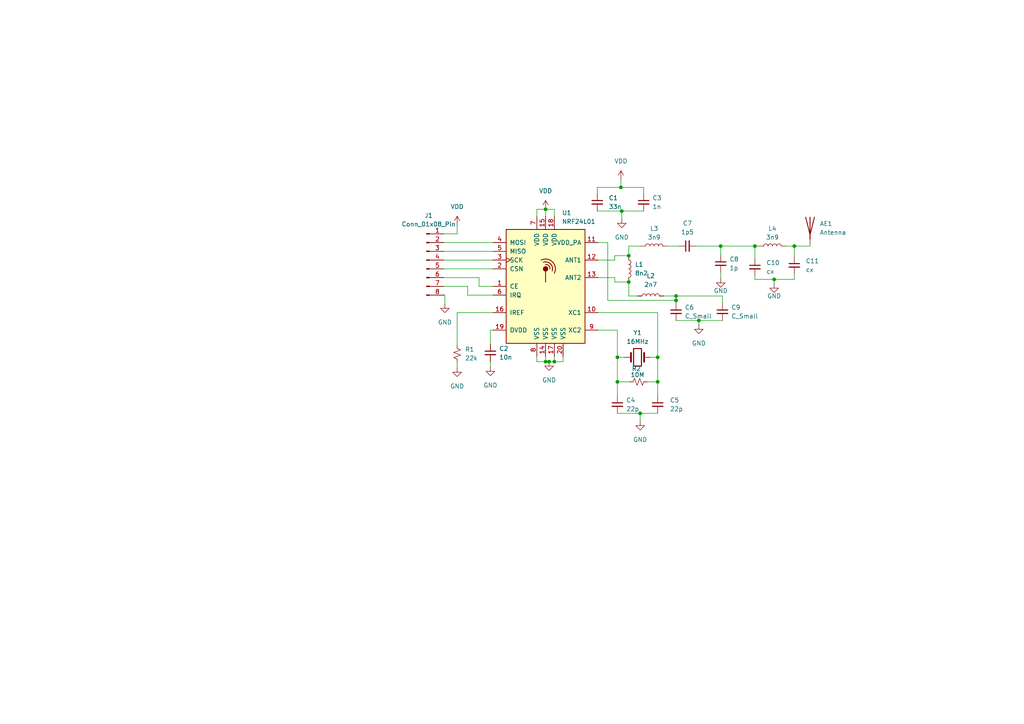
<source format=kicad_sch>
(kicad_sch (version 20230121) (generator eeschema)

  (uuid d12ec290-dfe9-445d-96cf-52012599da9d)

  (paper "A4")

  (lib_symbols
    (symbol "Connector:Conn_01x08_Pin" (pin_names (offset 1.016) hide) (in_bom yes) (on_board yes)
      (property "Reference" "J" (at 0 10.16 0)
        (effects (font (size 1.27 1.27)))
      )
      (property "Value" "Conn_01x08_Pin" (at 0 -12.7 0)
        (effects (font (size 1.27 1.27)))
      )
      (property "Footprint" "" (at 0 0 0)
        (effects (font (size 1.27 1.27)) hide)
      )
      (property "Datasheet" "~" (at 0 0 0)
        (effects (font (size 1.27 1.27)) hide)
      )
      (property "ki_locked" "" (at 0 0 0)
        (effects (font (size 1.27 1.27)))
      )
      (property "ki_keywords" "connector" (at 0 0 0)
        (effects (font (size 1.27 1.27)) hide)
      )
      (property "ki_description" "Generic connector, single row, 01x08, script generated" (at 0 0 0)
        (effects (font (size 1.27 1.27)) hide)
      )
      (property "ki_fp_filters" "Connector*:*_1x??_*" (at 0 0 0)
        (effects (font (size 1.27 1.27)) hide)
      )
      (symbol "Conn_01x08_Pin_1_1"
        (polyline
          (pts
            (xy 1.27 -10.16)
            (xy 0.8636 -10.16)
          )
          (stroke (width 0.1524) (type default))
          (fill (type none))
        )
        (polyline
          (pts
            (xy 1.27 -7.62)
            (xy 0.8636 -7.62)
          )
          (stroke (width 0.1524) (type default))
          (fill (type none))
        )
        (polyline
          (pts
            (xy 1.27 -5.08)
            (xy 0.8636 -5.08)
          )
          (stroke (width 0.1524) (type default))
          (fill (type none))
        )
        (polyline
          (pts
            (xy 1.27 -2.54)
            (xy 0.8636 -2.54)
          )
          (stroke (width 0.1524) (type default))
          (fill (type none))
        )
        (polyline
          (pts
            (xy 1.27 0)
            (xy 0.8636 0)
          )
          (stroke (width 0.1524) (type default))
          (fill (type none))
        )
        (polyline
          (pts
            (xy 1.27 2.54)
            (xy 0.8636 2.54)
          )
          (stroke (width 0.1524) (type default))
          (fill (type none))
        )
        (polyline
          (pts
            (xy 1.27 5.08)
            (xy 0.8636 5.08)
          )
          (stroke (width 0.1524) (type default))
          (fill (type none))
        )
        (polyline
          (pts
            (xy 1.27 7.62)
            (xy 0.8636 7.62)
          )
          (stroke (width 0.1524) (type default))
          (fill (type none))
        )
        (rectangle (start 0.8636 -10.033) (end 0 -10.287)
          (stroke (width 0.1524) (type default))
          (fill (type outline))
        )
        (rectangle (start 0.8636 -7.493) (end 0 -7.747)
          (stroke (width 0.1524) (type default))
          (fill (type outline))
        )
        (rectangle (start 0.8636 -4.953) (end 0 -5.207)
          (stroke (width 0.1524) (type default))
          (fill (type outline))
        )
        (rectangle (start 0.8636 -2.413) (end 0 -2.667)
          (stroke (width 0.1524) (type default))
          (fill (type outline))
        )
        (rectangle (start 0.8636 0.127) (end 0 -0.127)
          (stroke (width 0.1524) (type default))
          (fill (type outline))
        )
        (rectangle (start 0.8636 2.667) (end 0 2.413)
          (stroke (width 0.1524) (type default))
          (fill (type outline))
        )
        (rectangle (start 0.8636 5.207) (end 0 4.953)
          (stroke (width 0.1524) (type default))
          (fill (type outline))
        )
        (rectangle (start 0.8636 7.747) (end 0 7.493)
          (stroke (width 0.1524) (type default))
          (fill (type outline))
        )
        (pin passive line (at 5.08 7.62 180) (length 3.81)
          (name "Pin_1" (effects (font (size 1.27 1.27))))
          (number "1" (effects (font (size 1.27 1.27))))
        )
        (pin passive line (at 5.08 5.08 180) (length 3.81)
          (name "Pin_2" (effects (font (size 1.27 1.27))))
          (number "2" (effects (font (size 1.27 1.27))))
        )
        (pin passive line (at 5.08 2.54 180) (length 3.81)
          (name "Pin_3" (effects (font (size 1.27 1.27))))
          (number "3" (effects (font (size 1.27 1.27))))
        )
        (pin passive line (at 5.08 0 180) (length 3.81)
          (name "Pin_4" (effects (font (size 1.27 1.27))))
          (number "4" (effects (font (size 1.27 1.27))))
        )
        (pin passive line (at 5.08 -2.54 180) (length 3.81)
          (name "Pin_5" (effects (font (size 1.27 1.27))))
          (number "5" (effects (font (size 1.27 1.27))))
        )
        (pin passive line (at 5.08 -5.08 180) (length 3.81)
          (name "Pin_6" (effects (font (size 1.27 1.27))))
          (number "6" (effects (font (size 1.27 1.27))))
        )
        (pin passive line (at 5.08 -7.62 180) (length 3.81)
          (name "Pin_7" (effects (font (size 1.27 1.27))))
          (number "7" (effects (font (size 1.27 1.27))))
        )
        (pin passive line (at 5.08 -10.16 180) (length 3.81)
          (name "Pin_8" (effects (font (size 1.27 1.27))))
          (number "8" (effects (font (size 1.27 1.27))))
        )
      )
    )
    (symbol "Device:Antenna" (pin_numbers hide) (pin_names (offset 1.016) hide) (in_bom yes) (on_board yes)
      (property "Reference" "AE" (at -1.905 1.905 0)
        (effects (font (size 1.27 1.27)) (justify right))
      )
      (property "Value" "Antenna" (at -1.905 0 0)
        (effects (font (size 1.27 1.27)) (justify right))
      )
      (property "Footprint" "" (at 0 0 0)
        (effects (font (size 1.27 1.27)) hide)
      )
      (property "Datasheet" "~" (at 0 0 0)
        (effects (font (size 1.27 1.27)) hide)
      )
      (property "ki_keywords" "antenna" (at 0 0 0)
        (effects (font (size 1.27 1.27)) hide)
      )
      (property "ki_description" "Antenna" (at 0 0 0)
        (effects (font (size 1.27 1.27)) hide)
      )
      (symbol "Antenna_0_1"
        (polyline
          (pts
            (xy 0 2.54)
            (xy 0 -3.81)
          )
          (stroke (width 0.254) (type default))
          (fill (type none))
        )
        (polyline
          (pts
            (xy 1.27 2.54)
            (xy 0 -2.54)
            (xy -1.27 2.54)
          )
          (stroke (width 0.254) (type default))
          (fill (type none))
        )
      )
      (symbol "Antenna_1_1"
        (pin input line (at 0 -5.08 90) (length 2.54)
          (name "A" (effects (font (size 1.27 1.27))))
          (number "1" (effects (font (size 1.27 1.27))))
        )
      )
    )
    (symbol "Device:C_Small" (pin_numbers hide) (pin_names (offset 0.254) hide) (in_bom yes) (on_board yes)
      (property "Reference" "C" (at 0.254 1.778 0)
        (effects (font (size 1.27 1.27)) (justify left))
      )
      (property "Value" "C_Small" (at 0.254 -2.032 0)
        (effects (font (size 1.27 1.27)) (justify left))
      )
      (property "Footprint" "" (at 0 0 0)
        (effects (font (size 1.27 1.27)) hide)
      )
      (property "Datasheet" "~" (at 0 0 0)
        (effects (font (size 1.27 1.27)) hide)
      )
      (property "ki_keywords" "capacitor cap" (at 0 0 0)
        (effects (font (size 1.27 1.27)) hide)
      )
      (property "ki_description" "Unpolarized capacitor, small symbol" (at 0 0 0)
        (effects (font (size 1.27 1.27)) hide)
      )
      (property "ki_fp_filters" "C_*" (at 0 0 0)
        (effects (font (size 1.27 1.27)) hide)
      )
      (symbol "C_Small_0_1"
        (polyline
          (pts
            (xy -1.524 -0.508)
            (xy 1.524 -0.508)
          )
          (stroke (width 0.3302) (type default))
          (fill (type none))
        )
        (polyline
          (pts
            (xy -1.524 0.508)
            (xy 1.524 0.508)
          )
          (stroke (width 0.3048) (type default))
          (fill (type none))
        )
      )
      (symbol "C_Small_1_1"
        (pin passive line (at 0 2.54 270) (length 2.032)
          (name "~" (effects (font (size 1.27 1.27))))
          (number "1" (effects (font (size 1.27 1.27))))
        )
        (pin passive line (at 0 -2.54 90) (length 2.032)
          (name "~" (effects (font (size 1.27 1.27))))
          (number "2" (effects (font (size 1.27 1.27))))
        )
      )
    )
    (symbol "Device:Crystal" (pin_numbers hide) (pin_names (offset 1.016) hide) (in_bom yes) (on_board yes)
      (property "Reference" "Y" (at 0 3.81 0)
        (effects (font (size 1.27 1.27)))
      )
      (property "Value" "Crystal" (at 0 -3.81 0)
        (effects (font (size 1.27 1.27)))
      )
      (property "Footprint" "" (at 0 0 0)
        (effects (font (size 1.27 1.27)) hide)
      )
      (property "Datasheet" "~" (at 0 0 0)
        (effects (font (size 1.27 1.27)) hide)
      )
      (property "ki_keywords" "quartz ceramic resonator oscillator" (at 0 0 0)
        (effects (font (size 1.27 1.27)) hide)
      )
      (property "ki_description" "Two pin crystal" (at 0 0 0)
        (effects (font (size 1.27 1.27)) hide)
      )
      (property "ki_fp_filters" "Crystal*" (at 0 0 0)
        (effects (font (size 1.27 1.27)) hide)
      )
      (symbol "Crystal_0_1"
        (rectangle (start -1.143 2.54) (end 1.143 -2.54)
          (stroke (width 0.3048) (type default))
          (fill (type none))
        )
        (polyline
          (pts
            (xy -2.54 0)
            (xy -1.905 0)
          )
          (stroke (width 0) (type default))
          (fill (type none))
        )
        (polyline
          (pts
            (xy -1.905 -1.27)
            (xy -1.905 1.27)
          )
          (stroke (width 0.508) (type default))
          (fill (type none))
        )
        (polyline
          (pts
            (xy 1.905 -1.27)
            (xy 1.905 1.27)
          )
          (stroke (width 0.508) (type default))
          (fill (type none))
        )
        (polyline
          (pts
            (xy 2.54 0)
            (xy 1.905 0)
          )
          (stroke (width 0) (type default))
          (fill (type none))
        )
      )
      (symbol "Crystal_1_1"
        (pin passive line (at -3.81 0 0) (length 1.27)
          (name "1" (effects (font (size 1.27 1.27))))
          (number "1" (effects (font (size 1.27 1.27))))
        )
        (pin passive line (at 3.81 0 180) (length 1.27)
          (name "2" (effects (font (size 1.27 1.27))))
          (number "2" (effects (font (size 1.27 1.27))))
        )
      )
    )
    (symbol "Device:L" (pin_numbers hide) (pin_names (offset 1.016) hide) (in_bom yes) (on_board yes)
      (property "Reference" "L" (at -1.27 0 90)
        (effects (font (size 1.27 1.27)))
      )
      (property "Value" "L" (at 1.905 0 90)
        (effects (font (size 1.27 1.27)))
      )
      (property "Footprint" "" (at 0 0 0)
        (effects (font (size 1.27 1.27)) hide)
      )
      (property "Datasheet" "~" (at 0 0 0)
        (effects (font (size 1.27 1.27)) hide)
      )
      (property "ki_keywords" "inductor choke coil reactor magnetic" (at 0 0 0)
        (effects (font (size 1.27 1.27)) hide)
      )
      (property "ki_description" "Inductor" (at 0 0 0)
        (effects (font (size 1.27 1.27)) hide)
      )
      (property "ki_fp_filters" "Choke_* *Coil* Inductor_* L_*" (at 0 0 0)
        (effects (font (size 1.27 1.27)) hide)
      )
      (symbol "L_0_1"
        (arc (start 0 -2.54) (mid 0.6323 -1.905) (end 0 -1.27)
          (stroke (width 0) (type default))
          (fill (type none))
        )
        (arc (start 0 -1.27) (mid 0.6323 -0.635) (end 0 0)
          (stroke (width 0) (type default))
          (fill (type none))
        )
        (arc (start 0 0) (mid 0.6323 0.635) (end 0 1.27)
          (stroke (width 0) (type default))
          (fill (type none))
        )
        (arc (start 0 1.27) (mid 0.6323 1.905) (end 0 2.54)
          (stroke (width 0) (type default))
          (fill (type none))
        )
      )
      (symbol "L_1_1"
        (pin passive line (at 0 3.81 270) (length 1.27)
          (name "1" (effects (font (size 1.27 1.27))))
          (number "1" (effects (font (size 1.27 1.27))))
        )
        (pin passive line (at 0 -3.81 90) (length 1.27)
          (name "2" (effects (font (size 1.27 1.27))))
          (number "2" (effects (font (size 1.27 1.27))))
        )
      )
    )
    (symbol "Device:R_Small_US" (pin_numbers hide) (pin_names (offset 0.254) hide) (in_bom yes) (on_board yes)
      (property "Reference" "R" (at 0.762 0.508 0)
        (effects (font (size 1.27 1.27)) (justify left))
      )
      (property "Value" "R_Small_US" (at 0.762 -1.016 0)
        (effects (font (size 1.27 1.27)) (justify left))
      )
      (property "Footprint" "" (at 0 0 0)
        (effects (font (size 1.27 1.27)) hide)
      )
      (property "Datasheet" "~" (at 0 0 0)
        (effects (font (size 1.27 1.27)) hide)
      )
      (property "ki_keywords" "r resistor" (at 0 0 0)
        (effects (font (size 1.27 1.27)) hide)
      )
      (property "ki_description" "Resistor, small US symbol" (at 0 0 0)
        (effects (font (size 1.27 1.27)) hide)
      )
      (property "ki_fp_filters" "R_*" (at 0 0 0)
        (effects (font (size 1.27 1.27)) hide)
      )
      (symbol "R_Small_US_1_1"
        (polyline
          (pts
            (xy 0 0)
            (xy 1.016 -0.381)
            (xy 0 -0.762)
            (xy -1.016 -1.143)
            (xy 0 -1.524)
          )
          (stroke (width 0) (type default))
          (fill (type none))
        )
        (polyline
          (pts
            (xy 0 1.524)
            (xy 1.016 1.143)
            (xy 0 0.762)
            (xy -1.016 0.381)
            (xy 0 0)
          )
          (stroke (width 0) (type default))
          (fill (type none))
        )
        (pin passive line (at 0 2.54 270) (length 1.016)
          (name "~" (effects (font (size 1.27 1.27))))
          (number "1" (effects (font (size 1.27 1.27))))
        )
        (pin passive line (at 0 -2.54 90) (length 1.016)
          (name "~" (effects (font (size 1.27 1.27))))
          (number "2" (effects (font (size 1.27 1.27))))
        )
      )
    )
    (symbol "RF:NRF24L01" (pin_names (offset 1.016)) (in_bom yes) (on_board yes)
      (property "Reference" "U" (at -11.43 17.78 0)
        (effects (font (size 1.27 1.27)) (justify left))
      )
      (property "Value" "NRF24L01" (at 5.08 17.78 0)
        (effects (font (size 1.27 1.27)) (justify left))
      )
      (property "Footprint" "Package_DFN_QFN:QFN-20-1EP_4x4mm_P0.5mm_EP2.5x2.5mm" (at 5.08 20.32 0)
        (effects (font (size 1.27 1.27) italic) (justify left) hide)
      )
      (property "Datasheet" "http://www.nordicsemi.com/eng/content/download/2730/34105/file/nRF24L01_Product_Specification_v2_0.pdf" (at 0 2.54 0)
        (effects (font (size 1.27 1.27)) hide)
      )
      (property "ki_keywords" "Low Power RF Transceiver" (at 0 0 0)
        (effects (font (size 1.27 1.27)) hide)
      )
      (property "ki_description" "Ultra low power 2.4GHz RF Transceiver, QFN-20" (at 0 0 0)
        (effects (font (size 1.27 1.27)) hide)
      )
      (property "ki_fp_filters" "QFN*4x4*0.5mm*" (at 0 0 0)
        (effects (font (size 1.27 1.27)) hide)
      )
      (symbol "NRF24L01_0_1"
        (rectangle (start -11.43 16.51) (end 11.43 -16.51)
          (stroke (width 0.254) (type default))
          (fill (type background))
        )
        (polyline
          (pts
            (xy 0 4.445)
            (xy 0 1.27)
          )
          (stroke (width 0.254) (type default))
          (fill (type none))
        )
        (circle (center 0 5.08) (radius 0.635)
          (stroke (width 0.254) (type default))
          (fill (type outline))
        )
        (arc (start 1.27 5.08) (mid 0.9071 5.9946) (end 0 6.35)
          (stroke (width 0.254) (type default))
          (fill (type none))
        )
        (arc (start 1.905 4.445) (mid 1.4313 6.5254) (end -0.635 6.985)
          (stroke (width 0.254) (type default))
          (fill (type none))
        )
        (arc (start 2.54 3.81) (mid 2.008 7.088) (end -1.27 7.62)
          (stroke (width 0.254) (type default))
          (fill (type none))
        )
        (rectangle (start 11.43 -13.97) (end 11.43 -13.97)
          (stroke (width 0) (type default))
          (fill (type none))
        )
      )
      (symbol "NRF24L01_1_1"
        (pin input line (at -15.24 0 0) (length 3.81)
          (name "CE" (effects (font (size 1.27 1.27))))
          (number "1" (effects (font (size 1.27 1.27))))
        )
        (pin passive line (at 15.24 -7.62 180) (length 3.81)
          (name "XC1" (effects (font (size 1.27 1.27))))
          (number "10" (effects (font (size 1.27 1.27))))
        )
        (pin power_out line (at 15.24 12.7 180) (length 3.81)
          (name "VDD_PA" (effects (font (size 1.27 1.27))))
          (number "11" (effects (font (size 1.27 1.27))))
        )
        (pin passive line (at 15.24 7.62 180) (length 3.81)
          (name "ANT1" (effects (font (size 1.27 1.27))))
          (number "12" (effects (font (size 1.27 1.27))))
        )
        (pin passive line (at 15.24 2.54 180) (length 3.81)
          (name "ANT2" (effects (font (size 1.27 1.27))))
          (number "13" (effects (font (size 1.27 1.27))))
        )
        (pin power_in line (at 0 -20.32 90) (length 3.81)
          (name "VSS" (effects (font (size 1.27 1.27))))
          (number "14" (effects (font (size 1.27 1.27))))
        )
        (pin power_in line (at 0 20.32 270) (length 3.81)
          (name "VDD" (effects (font (size 1.27 1.27))))
          (number "15" (effects (font (size 1.27 1.27))))
        )
        (pin passive line (at -15.24 -7.62 0) (length 3.81)
          (name "IREF" (effects (font (size 1.27 1.27))))
          (number "16" (effects (font (size 1.27 1.27))))
        )
        (pin power_in line (at 2.54 -20.32 90) (length 3.81)
          (name "VSS" (effects (font (size 1.27 1.27))))
          (number "17" (effects (font (size 1.27 1.27))))
        )
        (pin power_in line (at 2.54 20.32 270) (length 3.81)
          (name "VDD" (effects (font (size 1.27 1.27))))
          (number "18" (effects (font (size 1.27 1.27))))
        )
        (pin power_out line (at -15.24 -12.7 0) (length 3.81)
          (name "DVDD" (effects (font (size 1.27 1.27))))
          (number "19" (effects (font (size 1.27 1.27))))
        )
        (pin input line (at -15.24 5.08 0) (length 3.81)
          (name "CSN" (effects (font (size 1.27 1.27))))
          (number "2" (effects (font (size 1.27 1.27))))
        )
        (pin power_in line (at 5.08 -20.32 90) (length 3.81)
          (name "VSS" (effects (font (size 1.27 1.27))))
          (number "20" (effects (font (size 1.27 1.27))))
        )
        (pin input clock (at -15.24 7.62 0) (length 3.81)
          (name "SCK" (effects (font (size 1.27 1.27))))
          (number "3" (effects (font (size 1.27 1.27))))
        )
        (pin input line (at -15.24 12.7 0) (length 3.81)
          (name "MOSI" (effects (font (size 1.27 1.27))))
          (number "4" (effects (font (size 1.27 1.27))))
        )
        (pin output line (at -15.24 10.16 0) (length 3.81)
          (name "MISO" (effects (font (size 1.27 1.27))))
          (number "5" (effects (font (size 1.27 1.27))))
        )
        (pin output line (at -15.24 -2.54 0) (length 3.81)
          (name "IRQ" (effects (font (size 1.27 1.27))))
          (number "6" (effects (font (size 1.27 1.27))))
        )
        (pin power_in line (at -2.54 20.32 270) (length 3.81)
          (name "VDD" (effects (font (size 1.27 1.27))))
          (number "7" (effects (font (size 1.27 1.27))))
        )
        (pin power_in line (at -2.54 -20.32 90) (length 3.81)
          (name "VSS" (effects (font (size 1.27 1.27))))
          (number "8" (effects (font (size 1.27 1.27))))
        )
        (pin passive line (at 15.24 -12.7 180) (length 3.81)
          (name "XC2" (effects (font (size 1.27 1.27))))
          (number "9" (effects (font (size 1.27 1.27))))
        )
      )
    )
    (symbol "power:GND" (power) (pin_names (offset 0)) (in_bom yes) (on_board yes)
      (property "Reference" "#PWR" (at 0 -6.35 0)
        (effects (font (size 1.27 1.27)) hide)
      )
      (property "Value" "GND" (at 0 -3.81 0)
        (effects (font (size 1.27 1.27)))
      )
      (property "Footprint" "" (at 0 0 0)
        (effects (font (size 1.27 1.27)) hide)
      )
      (property "Datasheet" "" (at 0 0 0)
        (effects (font (size 1.27 1.27)) hide)
      )
      (property "ki_keywords" "global power" (at 0 0 0)
        (effects (font (size 1.27 1.27)) hide)
      )
      (property "ki_description" "Power symbol creates a global label with name \"GND\" , ground" (at 0 0 0)
        (effects (font (size 1.27 1.27)) hide)
      )
      (symbol "GND_0_1"
        (polyline
          (pts
            (xy 0 0)
            (xy 0 -1.27)
            (xy 1.27 -1.27)
            (xy 0 -2.54)
            (xy -1.27 -1.27)
            (xy 0 -1.27)
          )
          (stroke (width 0) (type default))
          (fill (type none))
        )
      )
      (symbol "GND_1_1"
        (pin power_in line (at 0 0 270) (length 0) hide
          (name "GND" (effects (font (size 1.27 1.27))))
          (number "1" (effects (font (size 1.27 1.27))))
        )
      )
    )
    (symbol "power:VDD" (power) (pin_names (offset 0)) (in_bom yes) (on_board yes)
      (property "Reference" "#PWR" (at 0 -3.81 0)
        (effects (font (size 1.27 1.27)) hide)
      )
      (property "Value" "VDD" (at 0 3.81 0)
        (effects (font (size 1.27 1.27)))
      )
      (property "Footprint" "" (at 0 0 0)
        (effects (font (size 1.27 1.27)) hide)
      )
      (property "Datasheet" "" (at 0 0 0)
        (effects (font (size 1.27 1.27)) hide)
      )
      (property "ki_keywords" "global power" (at 0 0 0)
        (effects (font (size 1.27 1.27)) hide)
      )
      (property "ki_description" "Power symbol creates a global label with name \"VDD\"" (at 0 0 0)
        (effects (font (size 1.27 1.27)) hide)
      )
      (symbol "VDD_0_1"
        (polyline
          (pts
            (xy -0.762 1.27)
            (xy 0 2.54)
          )
          (stroke (width 0) (type default))
          (fill (type none))
        )
        (polyline
          (pts
            (xy 0 0)
            (xy 0 2.54)
          )
          (stroke (width 0) (type default))
          (fill (type none))
        )
        (polyline
          (pts
            (xy 0 2.54)
            (xy 0.762 1.27)
          )
          (stroke (width 0) (type default))
          (fill (type none))
        )
      )
      (symbol "VDD_1_1"
        (pin power_in line (at 0 0 90) (length 0) hide
          (name "VDD" (effects (font (size 1.27 1.27))))
          (number "1" (effects (font (size 1.27 1.27))))
        )
      )
    )
  )

  (junction (at 180.086 54.356) (diameter 0) (color 0 0 0 0)
    (uuid 0f8cd32d-b77a-4d32-a5f6-05199db73086)
  )
  (junction (at 224.536 81.026) (diameter 0) (color 0 0 0 0)
    (uuid 12ded5d2-ffd8-4373-8010-d4187c4b3d7c)
  )
  (junction (at 190.754 103.632) (diameter 0) (color 0 0 0 0)
    (uuid 1872fe46-f219-42a4-99bb-7bc429a901f0)
  )
  (junction (at 190.754 110.744) (diameter 0) (color 0 0 0 0)
    (uuid 29d3f8e6-4dd3-434e-bda2-dc21105d04eb)
  )
  (junction (at 158.242 60.706) (diameter 0) (color 0 0 0 0)
    (uuid 353069b5-fa47-43c2-a764-b9eb8df29a9b)
  )
  (junction (at 202.692 92.964) (diameter 0) (color 0 0 0 0)
    (uuid 3a4edc8c-3474-4bb2-9fcc-7404384b3fe0)
  )
  (junction (at 185.674 119.888) (diameter 0) (color 0 0 0 0)
    (uuid 5dea3895-7508-4403-8623-d167ed075e46)
  )
  (junction (at 182.372 81.788) (diameter 0) (color 0 0 0 0)
    (uuid 683ad2ca-b7b0-40de-95fa-1763de2e97c5)
  )
  (junction (at 160.782 104.902) (diameter 0) (color 0 0 0 0)
    (uuid 6f0871be-097f-4212-bc2b-6d88d76f7d72)
  )
  (junction (at 180.34 61.214) (diameter 0) (color 0 0 0 0)
    (uuid 71ea9379-0638-4133-8056-c7cfe9caf4b4)
  )
  (junction (at 196.088 85.852) (diameter 0) (color 0 0 0 0)
    (uuid 742e6e26-05fd-4f07-90c6-54ec6acb339e)
  )
  (junction (at 179.07 103.632) (diameter 0) (color 0 0 0 0)
    (uuid 79e707d6-071f-44bb-89b1-0af3482b5cbb)
  )
  (junction (at 179.07 110.744) (diameter 0) (color 0 0 0 0)
    (uuid 7d03a9ca-54ce-4e13-8ccf-2ac2d2eeafe4)
  )
  (junction (at 159.258 104.902) (diameter 0) (color 0 0 0 0)
    (uuid 869c4dca-f372-4cf4-b5be-c6a92ff7a72d)
  )
  (junction (at 158.242 104.902) (diameter 0) (color 0 0 0 0)
    (uuid 9a2f6a2b-2e7c-4a03-b4e4-5e4c551aca70)
  )
  (junction (at 196.088 87.122) (diameter 0) (color 0 0 0 0)
    (uuid acc4f883-088c-4cdf-aa83-ee6e41b8e78d)
  )
  (junction (at 182.372 74.168) (diameter 0) (color 0 0 0 0)
    (uuid bbddaba0-f76c-4c82-9550-9c89d51e5647)
  )
  (junction (at 230.378 71.374) (diameter 0) (color 0 0 0 0)
    (uuid e8d8b0bd-f9e0-4557-bfac-0077c5d2093b)
  )
  (junction (at 218.948 71.374) (diameter 0) (color 0 0 0 0)
    (uuid f319ce13-5181-49ae-8b80-c6cc4dff97c7)
  )
  (junction (at 209.042 71.374) (diameter 0) (color 0 0 0 0)
    (uuid ff8c927b-e693-4a06-8cdc-cab5e1e8844f)
  )

  (wire (pts (xy 209.042 78.994) (xy 209.042 80.772))
    (stroke (width 0) (type default))
    (uuid 006d0c1e-93e4-4b57-aff8-5dafccf74dc4)
  )
  (wire (pts (xy 209.042 71.374) (xy 218.948 71.374))
    (stroke (width 0) (type default))
    (uuid 0a3419c6-1478-4dd3-9a3a-2a65f09f7c51)
  )
  (wire (pts (xy 230.378 81.026) (xy 230.378 79.502))
    (stroke (width 0) (type default))
    (uuid 14326c98-9244-444f-bfa0-0038825bde34)
  )
  (wire (pts (xy 209.55 87.884) (xy 209.55 85.852))
    (stroke (width 0) (type default))
    (uuid 15f0d46b-c0af-4860-8270-167993cfb9a1)
  )
  (wire (pts (xy 190.754 90.678) (xy 190.754 103.632))
    (stroke (width 0) (type default))
    (uuid 175170ac-23b6-4697-b798-a8964d6a8384)
  )
  (wire (pts (xy 135.636 83.058) (xy 128.778 83.058))
    (stroke (width 0) (type default))
    (uuid 1755418e-893c-48a3-9723-d0a9107c51f1)
  )
  (wire (pts (xy 158.242 103.378) (xy 158.242 104.902))
    (stroke (width 0) (type default))
    (uuid 1790721b-283c-4580-b37d-84ca9fd8107f)
  )
  (wire (pts (xy 135.636 85.598) (xy 135.636 83.058))
    (stroke (width 0) (type default))
    (uuid 20227ebd-065d-43ec-b1dc-a7a94213306c)
  )
  (wire (pts (xy 160.782 62.738) (xy 160.782 60.706))
    (stroke (width 0) (type default))
    (uuid 25cb82ec-5094-4a36-bfdc-d9efdaee9e2b)
  )
  (wire (pts (xy 128.778 77.978) (xy 143.002 77.978))
    (stroke (width 0) (type default))
    (uuid 2cf01dfa-259a-4a66-b754-e7eb54194868)
  )
  (wire (pts (xy 186.69 54.356) (xy 186.69 56.134))
    (stroke (width 0) (type default))
    (uuid 3004cbb6-9ad4-4ebb-9610-ca7744c06829)
  )
  (wire (pts (xy 158.242 104.902) (xy 159.258 104.902))
    (stroke (width 0) (type default))
    (uuid 30df43d6-583e-42b3-ba0b-bf51aa57797e)
  )
  (wire (pts (xy 129.032 85.598) (xy 129.032 88.138))
    (stroke (width 0) (type default))
    (uuid 33f34476-7582-4ed3-9460-6d29708f7665)
  )
  (wire (pts (xy 176.276 87.122) (xy 196.088 87.122))
    (stroke (width 0) (type default))
    (uuid 37d9a95b-23ce-4c3f-b0b2-b04dc58c8c0d)
  )
  (wire (pts (xy 185.674 119.888) (xy 185.674 122.174))
    (stroke (width 0) (type default))
    (uuid 3b07c0bd-dbc7-4be4-bce0-d7bf3eb523ea)
  )
  (wire (pts (xy 202.692 92.964) (xy 202.692 94.234))
    (stroke (width 0) (type default))
    (uuid 3b5368de-d386-4b2f-80e1-b77ad83a2049)
  )
  (wire (pts (xy 173.482 95.758) (xy 179.07 95.758))
    (stroke (width 0) (type default))
    (uuid 3c9a33cd-500a-4a93-b1ce-4192bf13f58a)
  )
  (wire (pts (xy 173.482 90.678) (xy 190.754 90.678))
    (stroke (width 0) (type default))
    (uuid 46220628-327b-4b0d-b818-c7daaaad9154)
  )
  (wire (pts (xy 185.674 119.888) (xy 190.754 119.888))
    (stroke (width 0) (type default))
    (uuid 47a51724-aec8-49f5-a737-aa36b8bcd1b7)
  )
  (wire (pts (xy 188.722 103.632) (xy 190.754 103.632))
    (stroke (width 0) (type default))
    (uuid 58848635-5958-411f-9a48-871ef82ec383)
  )
  (wire (pts (xy 163.322 103.378) (xy 163.322 104.902))
    (stroke (width 0) (type default))
    (uuid 5b98d6ca-5b06-466f-873b-1cc38209eefb)
  )
  (wire (pts (xy 179.07 103.632) (xy 181.102 103.632))
    (stroke (width 0) (type default))
    (uuid 60839c0e-c593-4823-a288-a6204109c8d8)
  )
  (wire (pts (xy 176.276 70.358) (xy 176.276 87.122))
    (stroke (width 0) (type default))
    (uuid 60acf21e-a558-41c2-93d7-95889c74463b)
  )
  (wire (pts (xy 128.778 72.898) (xy 143.002 72.898))
    (stroke (width 0) (type default))
    (uuid 626df7c2-dd88-4a2b-a37d-e5e649124dc6)
  )
  (wire (pts (xy 138.938 83.058) (xy 143.002 83.058))
    (stroke (width 0) (type default))
    (uuid 645cc49e-9d39-4ed1-9df6-037c16580b9c)
  )
  (wire (pts (xy 163.322 104.902) (xy 160.782 104.902))
    (stroke (width 0) (type default))
    (uuid 6582623f-f9ea-4c99-8d44-4df789a77664)
  )
  (wire (pts (xy 234.95 70.612) (xy 234.95 71.374))
    (stroke (width 0) (type default))
    (uuid 68ad1df2-5dee-4d60-99cf-10ef3cf7ffa8)
  )
  (wire (pts (xy 230.378 71.374) (xy 230.378 74.422))
    (stroke (width 0) (type default))
    (uuid 68d1c114-9801-40fc-ae34-1fcb8017487b)
  )
  (wire (pts (xy 190.754 103.632) (xy 190.754 110.744))
    (stroke (width 0) (type default))
    (uuid 6aaa3d69-6c99-4d98-b787-cdccab68d7f0)
  )
  (wire (pts (xy 201.93 71.374) (xy 209.042 71.374))
    (stroke (width 0) (type default))
    (uuid 6b19053a-0a75-4441-8a0f-5675d6e12318)
  )
  (wire (pts (xy 173.482 75.438) (xy 178.308 75.438))
    (stroke (width 0) (type default))
    (uuid 6cea7c58-6229-48e8-ae8f-878c98ba7052)
  )
  (wire (pts (xy 173.482 80.518) (xy 178.308 80.518))
    (stroke (width 0) (type default))
    (uuid 6d1d500c-202e-4f02-87ac-008b832381e5)
  )
  (wire (pts (xy 178.308 80.518) (xy 178.308 81.788))
    (stroke (width 0) (type default))
    (uuid 70e84032-398c-4fb9-b5bc-f4dec9d72089)
  )
  (wire (pts (xy 173.228 61.214) (xy 180.34 61.214))
    (stroke (width 0) (type default))
    (uuid 77759630-bc6e-4ff8-8340-11f4cf0237c8)
  )
  (wire (pts (xy 138.938 80.518) (xy 138.938 83.058))
    (stroke (width 0) (type default))
    (uuid 7b1d9623-7335-4c03-8e76-2c349535df4f)
  )
  (wire (pts (xy 160.782 60.706) (xy 158.242 60.706))
    (stroke (width 0) (type default))
    (uuid 7b7b4201-657d-49fc-a040-100d1c7a51ba)
  )
  (wire (pts (xy 132.588 90.678) (xy 132.588 100.076))
    (stroke (width 0) (type default))
    (uuid 7c93928a-7bb9-48a4-86ae-f682af71401d)
  )
  (wire (pts (xy 196.088 87.122) (xy 196.088 85.852))
    (stroke (width 0) (type default))
    (uuid 7ec88179-7649-4ff6-8c9c-28397c3869dd)
  )
  (wire (pts (xy 187.706 110.744) (xy 190.754 110.744))
    (stroke (width 0) (type default))
    (uuid 80be533a-7ff3-44c2-8d22-dbd1de810596)
  )
  (wire (pts (xy 227.838 71.374) (xy 230.378 71.374))
    (stroke (width 0) (type default))
    (uuid 81ac500d-e002-4020-8492-e4f29a9f0ee2)
  )
  (wire (pts (xy 143.002 70.358) (xy 128.778 70.358))
    (stroke (width 0) (type default))
    (uuid 882312c9-9791-4de2-9c71-e693435a4fdd)
  )
  (wire (pts (xy 178.308 74.168) (xy 182.372 74.168))
    (stroke (width 0) (type default))
    (uuid 8963956e-d9a1-4753-8bca-8a7e9d10fc80)
  )
  (wire (pts (xy 143.002 85.598) (xy 135.636 85.598))
    (stroke (width 0) (type default))
    (uuid 8c6122a4-29ba-4623-b139-b28bf87195e5)
  )
  (wire (pts (xy 129.032 85.598) (xy 128.778 85.598))
    (stroke (width 0) (type default))
    (uuid 8c87be10-b357-4bff-ba0f-a941ed798b2e)
  )
  (wire (pts (xy 218.948 71.374) (xy 218.948 74.93))
    (stroke (width 0) (type default))
    (uuid 8d0f031d-8d96-46b9-b02d-b41ad4b5ef44)
  )
  (wire (pts (xy 128.778 75.438) (xy 143.002 75.438))
    (stroke (width 0) (type default))
    (uuid 929f7a48-5372-4259-aa2a-314192661d1b)
  )
  (wire (pts (xy 158.242 60.706) (xy 158.242 62.738))
    (stroke (width 0) (type default))
    (uuid 9561cc0b-464e-4e46-b947-9c10c7de4542)
  )
  (wire (pts (xy 142.24 99.822) (xy 142.24 95.758))
    (stroke (width 0) (type default))
    (uuid 9765bb63-6476-4831-9fb4-f081b8dbcdf7)
  )
  (wire (pts (xy 218.948 80.01) (xy 218.948 81.026))
    (stroke (width 0) (type default))
    (uuid 99d619f4-910b-487a-ba2a-8826c59cb63a)
  )
  (wire (pts (xy 209.55 85.852) (xy 196.088 85.852))
    (stroke (width 0) (type default))
    (uuid 9da152e8-3784-4328-aaf4-70013e5cb95f)
  )
  (wire (pts (xy 160.782 104.902) (xy 159.258 104.902))
    (stroke (width 0) (type default))
    (uuid a169d03c-1a61-452e-b5d0-f8cc2a5e58f0)
  )
  (wire (pts (xy 173.482 70.358) (xy 176.276 70.358))
    (stroke (width 0) (type default))
    (uuid a27dfe27-217c-4589-8f3f-f24a02a2dbc4)
  )
  (wire (pts (xy 192.532 85.852) (xy 196.088 85.852))
    (stroke (width 0) (type default))
    (uuid a31f3013-5f9b-43f0-bca6-0bc8a64fa84b)
  )
  (wire (pts (xy 160.782 103.378) (xy 160.782 104.902))
    (stroke (width 0) (type default))
    (uuid a346c47c-18f3-455b-85a8-e7263be8629c)
  )
  (wire (pts (xy 202.692 92.964) (xy 209.55 92.964))
    (stroke (width 0) (type default))
    (uuid a65fa67b-f040-448e-8945-74b66605a993)
  )
  (wire (pts (xy 179.07 95.758) (xy 179.07 103.632))
    (stroke (width 0) (type default))
    (uuid a6e0b8de-123e-4a7d-aeb1-f1081d118efd)
  )
  (wire (pts (xy 180.086 52.07) (xy 180.086 54.356))
    (stroke (width 0) (type default))
    (uuid a9ebc4c6-e960-49fb-960e-848f7616ef87)
  )
  (wire (pts (xy 190.754 110.744) (xy 190.754 114.808))
    (stroke (width 0) (type default))
    (uuid aa5c5e3f-4560-4c59-9114-0c64709d5092)
  )
  (wire (pts (xy 196.088 87.884) (xy 196.088 87.122))
    (stroke (width 0) (type default))
    (uuid aa6c9ec4-9b31-4e23-8528-5942efca7927)
  )
  (wire (pts (xy 182.372 71.374) (xy 182.372 74.168))
    (stroke (width 0) (type default))
    (uuid ad9729f7-acab-4292-bbfa-0cf4f939089c)
  )
  (wire (pts (xy 209.042 71.374) (xy 209.042 73.914))
    (stroke (width 0) (type default))
    (uuid b420fff8-e073-4dcb-a716-06dcbb7dbaf7)
  )
  (wire (pts (xy 173.228 54.356) (xy 180.086 54.356))
    (stroke (width 0) (type default))
    (uuid b6b6360d-531f-4080-91bb-315c36e03e58)
  )
  (wire (pts (xy 178.308 75.438) (xy 178.308 74.168))
    (stroke (width 0) (type default))
    (uuid b8a59158-9aa7-4dd8-8e95-b8dc0b6d175c)
  )
  (wire (pts (xy 132.588 67.818) (xy 132.588 65.278))
    (stroke (width 0) (type default))
    (uuid baac9fa9-8161-4822-91d5-232f22fcf464)
  )
  (wire (pts (xy 142.24 104.902) (xy 142.24 106.426))
    (stroke (width 0) (type default))
    (uuid bbefa1aa-0732-464f-b9ba-28fa20a41b58)
  )
  (wire (pts (xy 143.002 90.678) (xy 132.588 90.678))
    (stroke (width 0) (type default))
    (uuid be9a1fba-f660-4eea-93bf-7a602aef6304)
  )
  (wire (pts (xy 155.702 62.738) (xy 155.702 60.706))
    (stroke (width 0) (type default))
    (uuid c016b596-b107-407e-96ee-b6566edfdda0)
  )
  (wire (pts (xy 132.588 105.156) (xy 132.588 106.68))
    (stroke (width 0) (type default))
    (uuid c18e02b4-6d63-477c-9451-1fc702a4a7f1)
  )
  (wire (pts (xy 173.228 56.134) (xy 173.228 54.356))
    (stroke (width 0) (type default))
    (uuid c272af01-dccc-4631-8b14-48921ad70904)
  )
  (wire (pts (xy 155.702 104.902) (xy 158.242 104.902))
    (stroke (width 0) (type default))
    (uuid c3566255-4bd1-4df9-91d4-5d9a99631f94)
  )
  (wire (pts (xy 179.07 110.744) (xy 179.07 114.808))
    (stroke (width 0) (type default))
    (uuid c3ef6a0d-12a0-49b6-894a-84c718ed9878)
  )
  (wire (pts (xy 180.34 61.214) (xy 186.69 61.214))
    (stroke (width 0) (type default))
    (uuid c4bbb224-e15b-4e1c-8015-8ddd3771e202)
  )
  (wire (pts (xy 220.218 71.374) (xy 218.948 71.374))
    (stroke (width 0) (type default))
    (uuid c5dc1979-10c1-4128-b275-8a09c1202e5e)
  )
  (wire (pts (xy 224.536 81.026) (xy 224.536 82.296))
    (stroke (width 0) (type default))
    (uuid c7b4ba88-4b69-4ddb-82ae-5cd9d4b973cb)
  )
  (wire (pts (xy 142.24 95.758) (xy 143.002 95.758))
    (stroke (width 0) (type default))
    (uuid ccfc668c-92d9-4787-a123-4f5f6903faf5)
  )
  (wire (pts (xy 180.086 54.356) (xy 186.69 54.356))
    (stroke (width 0) (type default))
    (uuid cd8db8e4-9f9e-4f17-bff6-6dedcbbfc158)
  )
  (wire (pts (xy 184.912 85.852) (xy 182.372 85.852))
    (stroke (width 0) (type default))
    (uuid d1db9140-6d9b-4dec-9dba-9adc282115d4)
  )
  (wire (pts (xy 155.702 103.378) (xy 155.702 104.902))
    (stroke (width 0) (type default))
    (uuid d25350e4-5823-429c-b3bb-8b3dd0995617)
  )
  (wire (pts (xy 128.778 67.818) (xy 132.588 67.818))
    (stroke (width 0) (type default))
    (uuid d5ea65d6-921d-4752-af2a-6d4d4ec7e76d)
  )
  (wire (pts (xy 178.308 81.788) (xy 182.372 81.788))
    (stroke (width 0) (type default))
    (uuid d84501a1-9066-4d55-9c08-1fa7bc39cfcc)
  )
  (wire (pts (xy 155.702 60.706) (xy 158.242 60.706))
    (stroke (width 0) (type default))
    (uuid e32142e4-e033-4035-8c80-1edcfcf87aff)
  )
  (wire (pts (xy 179.07 103.632) (xy 179.07 110.744))
    (stroke (width 0) (type default))
    (uuid e33d3988-271f-4e8b-94d2-de7465431d56)
  )
  (wire (pts (xy 224.536 81.026) (xy 230.378 81.026))
    (stroke (width 0) (type default))
    (uuid e38b6d1f-f182-4003-89ec-2dc6604eb0f6)
  )
  (wire (pts (xy 234.95 71.374) (xy 230.378 71.374))
    (stroke (width 0) (type default))
    (uuid e92a896d-b4cc-4e9b-8435-3bae5123dfb3)
  )
  (wire (pts (xy 218.948 81.026) (xy 224.536 81.026))
    (stroke (width 0) (type default))
    (uuid e9995214-8771-4b4c-99a9-71ab8553fad1)
  )
  (wire (pts (xy 179.07 119.888) (xy 185.674 119.888))
    (stroke (width 0) (type default))
    (uuid e99cd026-9f22-478e-a45a-e9138f44487b)
  )
  (wire (pts (xy 193.548 71.374) (xy 196.85 71.374))
    (stroke (width 0) (type default))
    (uuid ebd745fe-d510-4196-84bc-5a69b9b0aee7)
  )
  (wire (pts (xy 182.626 110.744) (xy 179.07 110.744))
    (stroke (width 0) (type default))
    (uuid ef0eff8c-2511-4aed-8c5f-b8fc9dfddbca)
  )
  (wire (pts (xy 182.372 85.852) (xy 182.372 81.788))
    (stroke (width 0) (type default))
    (uuid f377bc3e-c793-4a56-bfa5-48caaea15d30)
  )
  (wire (pts (xy 128.778 80.518) (xy 138.938 80.518))
    (stroke (width 0) (type default))
    (uuid f3ba942e-9b4e-4319-8a45-20edaf08990c)
  )
  (wire (pts (xy 196.088 92.964) (xy 202.692 92.964))
    (stroke (width 0) (type default))
    (uuid f7094c28-91f9-4041-8823-d70266ab24a0)
  )
  (wire (pts (xy 185.928 71.374) (xy 182.372 71.374))
    (stroke (width 0) (type default))
    (uuid fb9428af-fe3f-4344-ba54-44eeecac789f)
  )
  (wire (pts (xy 180.34 61.214) (xy 180.34 63.5))
    (stroke (width 0) (type default))
    (uuid fc1681e8-818b-40b0-a98a-d00cd1be4d54)
  )

  (symbol (lib_id "Device:C_Small") (at 173.228 58.674 0) (unit 1)
    (in_bom yes) (on_board yes) (dnp no) (fields_autoplaced)
    (uuid 04d92858-70ef-44ca-af6e-53806b1d76e7)
    (property "Reference" "C1" (at 176.53 57.4103 0)
      (effects (font (size 1.27 1.27)) (justify left))
    )
    (property "Value" "33n" (at 176.53 59.9503 0)
      (effects (font (size 1.27 1.27)) (justify left))
    )
    (property "Footprint" "Capacitor_SMD:C_0402_1005Metric" (at 173.228 58.674 0)
      (effects (font (size 1.27 1.27)) hide)
    )
    (property "Datasheet" "~" (at 173.228 58.674 0)
      (effects (font (size 1.27 1.27)) hide)
    )
    (pin "1" (uuid 53cd6c4c-fe4f-4abe-91f7-a011994f7e32))
    (pin "2" (uuid 6a3f4b13-6613-4ce9-914a-898f4fa5fddf))
    (instances
      (project "Electiva proyecto 1"
        (path "/d12ec290-dfe9-445d-96cf-52012599da9d"
          (reference "C1") (unit 1)
        )
      )
    )
  )

  (symbol (lib_id "power:GND") (at 142.24 106.426 0) (unit 1)
    (in_bom yes) (on_board yes) (dnp no) (fields_autoplaced)
    (uuid 07279589-8a08-4c9f-ab1e-6963a608e593)
    (property "Reference" "#PWR04" (at 142.24 112.776 0)
      (effects (font (size 1.27 1.27)) hide)
    )
    (property "Value" "GND" (at 142.24 111.76 0)
      (effects (font (size 1.27 1.27)))
    )
    (property "Footprint" "" (at 142.24 106.426 0)
      (effects (font (size 1.27 1.27)) hide)
    )
    (property "Datasheet" "" (at 142.24 106.426 0)
      (effects (font (size 1.27 1.27)) hide)
    )
    (pin "1" (uuid 22c1d6b1-6b21-4f5b-af92-812571d9ea3f))
    (instances
      (project "Electiva proyecto 1"
        (path "/d12ec290-dfe9-445d-96cf-52012599da9d"
          (reference "#PWR04") (unit 1)
        )
      )
    )
  )

  (symbol (lib_id "Device:C_Small") (at 218.948 77.47 0) (unit 1)
    (in_bom yes) (on_board yes) (dnp no) (fields_autoplaced)
    (uuid 1b56d6d3-ef2b-4727-8b97-e62f6f915119)
    (property "Reference" "C10" (at 222.25 76.2063 0)
      (effects (font (size 1.27 1.27)) (justify left))
    )
    (property "Value" "cx" (at 222.25 78.7463 0)
      (effects (font (size 1.27 1.27)) (justify left))
    )
    (property "Footprint" "Capacitor_SMD:C_0402_1005Metric" (at 218.948 77.47 0)
      (effects (font (size 1.27 1.27)) hide)
    )
    (property "Datasheet" "~" (at 218.948 77.47 0)
      (effects (font (size 1.27 1.27)) hide)
    )
    (pin "1" (uuid bc9b9fb2-ffa6-42cf-9f9b-0c5026c5556c))
    (pin "2" (uuid b760a470-8f7e-4a7e-a72f-306526855da2))
    (instances
      (project "Electiva proyecto 1"
        (path "/d12ec290-dfe9-445d-96cf-52012599da9d"
          (reference "C10") (unit 1)
        )
      )
    )
  )

  (symbol (lib_id "power:GND") (at 202.692 94.234 0) (unit 1)
    (in_bom yes) (on_board yes) (dnp no) (fields_autoplaced)
    (uuid 2676f4a5-6f9f-445c-87f4-65d4c38a0275)
    (property "Reference" "#PWR010" (at 202.692 100.584 0)
      (effects (font (size 1.27 1.27)) hide)
    )
    (property "Value" "GND" (at 202.692 99.568 0)
      (effects (font (size 1.27 1.27)))
    )
    (property "Footprint" "" (at 202.692 94.234 0)
      (effects (font (size 1.27 1.27)) hide)
    )
    (property "Datasheet" "" (at 202.692 94.234 0)
      (effects (font (size 1.27 1.27)) hide)
    )
    (pin "1" (uuid 4244f9cf-e0f7-4552-9082-b9e17f835cf6))
    (instances
      (project "Electiva proyecto 1"
        (path "/d12ec290-dfe9-445d-96cf-52012599da9d"
          (reference "#PWR010") (unit 1)
        )
      )
    )
  )

  (symbol (lib_id "Device:C_Small") (at 199.39 71.374 90) (unit 1)
    (in_bom yes) (on_board yes) (dnp no) (fields_autoplaced)
    (uuid 43125983-e559-4fc1-a8ac-8b8f6b636090)
    (property "Reference" "C7" (at 199.3963 64.77 90)
      (effects (font (size 1.27 1.27)))
    )
    (property "Value" "1p5" (at 199.3963 67.31 90)
      (effects (font (size 1.27 1.27)))
    )
    (property "Footprint" "Capacitor_SMD:C_0402_1005Metric" (at 199.39 71.374 0)
      (effects (font (size 1.27 1.27)) hide)
    )
    (property "Datasheet" "~" (at 199.39 71.374 0)
      (effects (font (size 1.27 1.27)) hide)
    )
    (pin "1" (uuid 04094905-f587-4175-a438-cb7c7c8c83f0))
    (pin "2" (uuid d76e802d-779f-49cf-9787-20000449969c))
    (instances
      (project "Electiva proyecto 1"
        (path "/d12ec290-dfe9-445d-96cf-52012599da9d"
          (reference "C7") (unit 1)
        )
      )
    )
  )

  (symbol (lib_id "Connector:Conn_01x08_Pin") (at 123.698 75.438 0) (unit 1)
    (in_bom yes) (on_board yes) (dnp no) (fields_autoplaced)
    (uuid 55eae1f1-b3b9-4aaf-a4df-7398d1a9f46c)
    (property "Reference" "J1" (at 124.333 62.484 0)
      (effects (font (size 1.27 1.27)))
    )
    (property "Value" "Conn_01x08_Pin" (at 124.333 65.024 0)
      (effects (font (size 1.27 1.27)))
    )
    (property "Footprint" "Connector_Hirose:Hirose_DF13-08P-1.25DSA_1x08_P1.25mm_Vertical" (at 123.698 75.438 0)
      (effects (font (size 1.27 1.27)) hide)
    )
    (property "Datasheet" "~" (at 123.698 75.438 0)
      (effects (font (size 1.27 1.27)) hide)
    )
    (pin "1" (uuid 112a59af-8205-4175-88f7-f3b90f3b6138))
    (pin "2" (uuid e3ee1d66-b468-46e3-bc0c-29a982f9a3c1))
    (pin "3" (uuid cedcd159-2803-46b1-9820-dda1afeb043a))
    (pin "4" (uuid 667a4f5d-e6eb-4835-9583-cf5f4bd6d893))
    (pin "5" (uuid 83336a63-7d1b-46c8-92b9-9fcc66bd9b61))
    (pin "6" (uuid 80776f3a-0f75-4609-b8cc-342376c84c83))
    (pin "7" (uuid adc57e71-1d39-47ae-ac47-b9a782c2cf11))
    (pin "8" (uuid 0af5c060-d8db-4ce9-b422-f0105d425c6b))
    (instances
      (project "Electiva proyecto 1"
        (path "/d12ec290-dfe9-445d-96cf-52012599da9d"
          (reference "J1") (unit 1)
        )
      )
    )
  )

  (symbol (lib_id "Device:C_Small") (at 186.69 58.674 0) (unit 1)
    (in_bom yes) (on_board yes) (dnp no) (fields_autoplaced)
    (uuid 56ff73a8-5216-4969-8683-a6b202d3f43b)
    (property "Reference" "C3" (at 189.23 57.4103 0)
      (effects (font (size 1.27 1.27)) (justify left))
    )
    (property "Value" "1n" (at 189.23 59.9503 0)
      (effects (font (size 1.27 1.27)) (justify left))
    )
    (property "Footprint" "Capacitor_SMD:C_0402_1005Metric" (at 186.69 58.674 0)
      (effects (font (size 1.27 1.27)) hide)
    )
    (property "Datasheet" "~" (at 186.69 58.674 0)
      (effects (font (size 1.27 1.27)) hide)
    )
    (pin "1" (uuid 0af43118-27b4-4ec8-bf26-4a66530b11f4))
    (pin "2" (uuid 1149679b-5f72-466b-a056-fb5ddc71d903))
    (instances
      (project "Electiva proyecto 1"
        (path "/d12ec290-dfe9-445d-96cf-52012599da9d"
          (reference "C3") (unit 1)
        )
      )
    )
  )

  (symbol (lib_id "Device:C_Small") (at 209.042 76.454 0) (unit 1)
    (in_bom yes) (on_board yes) (dnp no) (fields_autoplaced)
    (uuid 57f77e18-1a14-4dfc-901f-f4c62cf0327f)
    (property "Reference" "C8" (at 211.582 75.1903 0)
      (effects (font (size 1.27 1.27)) (justify left))
    )
    (property "Value" "1p" (at 211.582 77.7303 0)
      (effects (font (size 1.27 1.27)) (justify left))
    )
    (property "Footprint" "Capacitor_SMD:C_0402_1005Metric" (at 209.042 76.454 0)
      (effects (font (size 1.27 1.27)) hide)
    )
    (property "Datasheet" "~" (at 209.042 76.454 0)
      (effects (font (size 1.27 1.27)) hide)
    )
    (pin "1" (uuid 47c539dd-3529-48f9-bcac-bdba5a7e5369))
    (pin "2" (uuid 5a0534ab-9a72-44ba-9e87-1257bc20fac4))
    (instances
      (project "Electiva proyecto 1"
        (path "/d12ec290-dfe9-445d-96cf-52012599da9d"
          (reference "C8") (unit 1)
        )
      )
    )
  )

  (symbol (lib_id "Device:L") (at 182.372 77.978 0) (unit 1)
    (in_bom yes) (on_board yes) (dnp no) (fields_autoplaced)
    (uuid 58cbe113-fe33-4a7a-89ca-ab527d2c66c3)
    (property "Reference" "L1" (at 184.15 76.708 0)
      (effects (font (size 1.27 1.27)) (justify left))
    )
    (property "Value" "8n2" (at 184.15 79.248 0)
      (effects (font (size 1.27 1.27)) (justify left))
    )
    (property "Footprint" "Inductor_SMD:L_0402_1005Metric" (at 182.372 77.978 0)
      (effects (font (size 1.27 1.27)) hide)
    )
    (property "Datasheet" "~" (at 182.372 77.978 0)
      (effects (font (size 1.27 1.27)) hide)
    )
    (pin "1" (uuid 9956ed1c-256c-46ec-a900-e71919fc7799))
    (pin "2" (uuid 528179c2-be2d-44fc-a8d4-c8cde9fb60be))
    (instances
      (project "Electiva proyecto 1"
        (path "/d12ec290-dfe9-445d-96cf-52012599da9d"
          (reference "L1") (unit 1)
        )
      )
    )
  )

  (symbol (lib_id "power:GND") (at 185.674 122.174 0) (unit 1)
    (in_bom yes) (on_board yes) (dnp no) (fields_autoplaced)
    (uuid 602d6930-9375-4484-94be-82f04f9047ab)
    (property "Reference" "#PWR09" (at 185.674 128.524 0)
      (effects (font (size 1.27 1.27)) hide)
    )
    (property "Value" "GND" (at 185.674 127.508 0)
      (effects (font (size 1.27 1.27)))
    )
    (property "Footprint" "" (at 185.674 122.174 0)
      (effects (font (size 1.27 1.27)) hide)
    )
    (property "Datasheet" "" (at 185.674 122.174 0)
      (effects (font (size 1.27 1.27)) hide)
    )
    (pin "1" (uuid 0c5b1b64-1a76-4f74-8e71-d50fbf6c9577))
    (instances
      (project "Electiva proyecto 1"
        (path "/d12ec290-dfe9-445d-96cf-52012599da9d"
          (reference "#PWR09") (unit 1)
        )
      )
    )
  )

  (symbol (lib_id "Device:C_Small") (at 196.088 90.424 0) (unit 1)
    (in_bom yes) (on_board yes) (dnp no) (fields_autoplaced)
    (uuid 65c5afea-cebf-4117-a419-fe9994d950f3)
    (property "Reference" "C6" (at 198.628 89.1603 0)
      (effects (font (size 1.27 1.27)) (justify left))
    )
    (property "Value" "C_Small" (at 198.628 91.7003 0)
      (effects (font (size 1.27 1.27)) (justify left))
    )
    (property "Footprint" "Capacitor_SMD:C_0402_1005Metric" (at 196.088 90.424 0)
      (effects (font (size 1.27 1.27)) hide)
    )
    (property "Datasheet" "~" (at 196.088 90.424 0)
      (effects (font (size 1.27 1.27)) hide)
    )
    (pin "1" (uuid 5a6a8548-7354-4787-b768-565adb2e4492))
    (pin "2" (uuid c48827bc-2227-4a2f-9ad3-1f3510d7aee6))
    (instances
      (project "Electiva proyecto 1"
        (path "/d12ec290-dfe9-445d-96cf-52012599da9d"
          (reference "C6") (unit 1)
        )
      )
    )
  )

  (symbol (lib_id "power:VDD") (at 180.086 52.07 0) (unit 1)
    (in_bom yes) (on_board yes) (dnp no) (fields_autoplaced)
    (uuid 696d4cee-dab2-4da5-913c-6db3c77c15e2)
    (property "Reference" "#PWR07" (at 180.086 55.88 0)
      (effects (font (size 1.27 1.27)) hide)
    )
    (property "Value" "VDD" (at 180.086 46.736 0)
      (effects (font (size 1.27 1.27)))
    )
    (property "Footprint" "" (at 180.086 52.07 0)
      (effects (font (size 1.27 1.27)) hide)
    )
    (property "Datasheet" "" (at 180.086 52.07 0)
      (effects (font (size 1.27 1.27)) hide)
    )
    (pin "1" (uuid 6dd5bb59-33f0-4b92-93e1-46ae4bdcb028))
    (instances
      (project "Electiva proyecto 1"
        (path "/d12ec290-dfe9-445d-96cf-52012599da9d"
          (reference "#PWR07") (unit 1)
        )
      )
    )
  )

  (symbol (lib_id "Device:C_Small") (at 179.07 117.348 0) (unit 1)
    (in_bom yes) (on_board yes) (dnp no) (fields_autoplaced)
    (uuid 6c645518-52ea-4f50-8794-f2acfa48414f)
    (property "Reference" "C4" (at 181.61 116.0843 0)
      (effects (font (size 1.27 1.27)) (justify left))
    )
    (property "Value" "22p" (at 181.61 118.6243 0)
      (effects (font (size 1.27 1.27)) (justify left))
    )
    (property "Footprint" "Capacitor_SMD:C_0402_1005Metric" (at 179.07 117.348 0)
      (effects (font (size 1.27 1.27)) hide)
    )
    (property "Datasheet" "~" (at 179.07 117.348 0)
      (effects (font (size 1.27 1.27)) hide)
    )
    (pin "1" (uuid bf9e2135-2c33-4332-8ff2-9d1a16311a76))
    (pin "2" (uuid e2bf9cdb-92e0-4d8d-86b0-eb8c7760670a))
    (instances
      (project "Electiva proyecto 1"
        (path "/d12ec290-dfe9-445d-96cf-52012599da9d"
          (reference "C4") (unit 1)
        )
      )
    )
  )

  (symbol (lib_id "Device:C_Small") (at 230.378 76.962 0) (unit 1)
    (in_bom yes) (on_board yes) (dnp no) (fields_autoplaced)
    (uuid 6d8d52d8-3241-4124-9b8a-4aa3bf69b419)
    (property "Reference" "C11" (at 233.68 75.6983 0)
      (effects (font (size 1.27 1.27)) (justify left))
    )
    (property "Value" "cx" (at 233.68 78.2383 0)
      (effects (font (size 1.27 1.27)) (justify left))
    )
    (property "Footprint" "Capacitor_SMD:C_0402_1005Metric" (at 230.378 76.962 0)
      (effects (font (size 1.27 1.27)) hide)
    )
    (property "Datasheet" "~" (at 230.378 76.962 0)
      (effects (font (size 1.27 1.27)) hide)
    )
    (pin "1" (uuid b2f16971-5538-4153-b110-a6534baa2d6d))
    (pin "2" (uuid aa54cdc4-b610-45c0-ab53-05ee23fe07af))
    (instances
      (project "Electiva proyecto 1"
        (path "/d12ec290-dfe9-445d-96cf-52012599da9d"
          (reference "C11") (unit 1)
        )
      )
    )
  )

  (symbol (lib_id "Device:L") (at 189.738 71.374 90) (unit 1)
    (in_bom yes) (on_board yes) (dnp no) (fields_autoplaced)
    (uuid 711f46db-706e-40e0-b0b5-e630cd9b2b71)
    (property "Reference" "L3" (at 189.738 66.294 90)
      (effects (font (size 1.27 1.27)))
    )
    (property "Value" "3n9" (at 189.738 68.834 90)
      (effects (font (size 1.27 1.27)))
    )
    (property "Footprint" "Inductor_SMD:L_0402_1005Metric" (at 189.738 71.374 0)
      (effects (font (size 1.27 1.27)) hide)
    )
    (property "Datasheet" "~" (at 189.738 71.374 0)
      (effects (font (size 1.27 1.27)) hide)
    )
    (pin "1" (uuid 9753b6de-a08d-4030-9312-60ce8c33b058))
    (pin "2" (uuid f49f9268-3436-4bcd-a677-18d79caaf2ad))
    (instances
      (project "Electiva proyecto 1"
        (path "/d12ec290-dfe9-445d-96cf-52012599da9d"
          (reference "L3") (unit 1)
        )
      )
    )
  )

  (symbol (lib_id "Device:C_Small") (at 142.24 102.362 0) (unit 1)
    (in_bom yes) (on_board yes) (dnp no) (fields_autoplaced)
    (uuid 7afa3246-0e24-41f8-add1-f7eda2c775f1)
    (property "Reference" "C2" (at 144.78 101.0983 0)
      (effects (font (size 1.27 1.27)) (justify left))
    )
    (property "Value" "10n" (at 144.78 103.6383 0)
      (effects (font (size 1.27 1.27)) (justify left))
    )
    (property "Footprint" "Capacitor_SMD:C_0402_1005Metric" (at 142.24 102.362 0)
      (effects (font (size 1.27 1.27)) hide)
    )
    (property "Datasheet" "~" (at 142.24 102.362 0)
      (effects (font (size 1.27 1.27)) hide)
    )
    (pin "1" (uuid 25a83a42-b14f-47f0-b050-47a3a5be3e91))
    (pin "2" (uuid e0034eb1-2321-4006-aaa8-75cad2295e66))
    (instances
      (project "Electiva proyecto 1"
        (path "/d12ec290-dfe9-445d-96cf-52012599da9d"
          (reference "C2") (unit 1)
        )
      )
    )
  )

  (symbol (lib_id "power:VDD") (at 158.242 60.706 0) (unit 1)
    (in_bom yes) (on_board yes) (dnp no) (fields_autoplaced)
    (uuid 812a02c2-0954-4139-b892-3ab79a35c814)
    (property "Reference" "#PWR05" (at 158.242 64.516 0)
      (effects (font (size 1.27 1.27)) hide)
    )
    (property "Value" "VDD" (at 158.242 55.372 0)
      (effects (font (size 1.27 1.27)))
    )
    (property "Footprint" "" (at 158.242 60.706 0)
      (effects (font (size 1.27 1.27)) hide)
    )
    (property "Datasheet" "" (at 158.242 60.706 0)
      (effects (font (size 1.27 1.27)) hide)
    )
    (pin "1" (uuid 9c1b38af-9cdd-4fb2-bb9f-a6da5a70e15b))
    (instances
      (project "Electiva proyecto 1"
        (path "/d12ec290-dfe9-445d-96cf-52012599da9d"
          (reference "#PWR05") (unit 1)
        )
      )
    )
  )

  (symbol (lib_id "Device:L") (at 188.722 85.852 90) (unit 1)
    (in_bom yes) (on_board yes) (dnp no) (fields_autoplaced)
    (uuid 8940727e-5607-4e1c-97fa-85d41df68ff4)
    (property "Reference" "L2" (at 188.722 80.01 90)
      (effects (font (size 1.27 1.27)))
    )
    (property "Value" "2n7" (at 188.722 82.55 90)
      (effects (font (size 1.27 1.27)))
    )
    (property "Footprint" "Inductor_SMD:L_0402_1005Metric" (at 188.722 85.852 0)
      (effects (font (size 1.27 1.27)) hide)
    )
    (property "Datasheet" "~" (at 188.722 85.852 0)
      (effects (font (size 1.27 1.27)) hide)
    )
    (pin "1" (uuid 20a28bef-3fba-48bb-98ff-4184e6efa21c))
    (pin "2" (uuid b77d3554-230f-4f24-b410-894f6eb6925f))
    (instances
      (project "Electiva proyecto 1"
        (path "/d12ec290-dfe9-445d-96cf-52012599da9d"
          (reference "L2") (unit 1)
        )
      )
    )
  )

  (symbol (lib_id "power:GND") (at 132.588 106.68 0) (unit 1)
    (in_bom yes) (on_board yes) (dnp no) (fields_autoplaced)
    (uuid 8bfe6c3a-0f47-4ace-9f96-8fe6041c4bf6)
    (property "Reference" "#PWR03" (at 132.588 113.03 0)
      (effects (font (size 1.27 1.27)) hide)
    )
    (property "Value" "GND" (at 132.588 112.014 0)
      (effects (font (size 1.27 1.27)))
    )
    (property "Footprint" "" (at 132.588 106.68 0)
      (effects (font (size 1.27 1.27)) hide)
    )
    (property "Datasheet" "" (at 132.588 106.68 0)
      (effects (font (size 1.27 1.27)) hide)
    )
    (pin "1" (uuid 684aa42f-59f3-4dae-ab47-951a80fd008b))
    (instances
      (project "Electiva proyecto 1"
        (path "/d12ec290-dfe9-445d-96cf-52012599da9d"
          (reference "#PWR03") (unit 1)
        )
      )
    )
  )

  (symbol (lib_id "Device:C_Small") (at 209.55 90.424 0) (unit 1)
    (in_bom yes) (on_board yes) (dnp no) (fields_autoplaced)
    (uuid 917e0a4b-c508-42b3-9831-3552068d2e61)
    (property "Reference" "C9" (at 212.09 89.1603 0)
      (effects (font (size 1.27 1.27)) (justify left))
    )
    (property "Value" "C_Small" (at 212.09 91.7003 0)
      (effects (font (size 1.27 1.27)) (justify left))
    )
    (property "Footprint" "Capacitor_SMD:C_0402_1005Metric" (at 209.55 90.424 0)
      (effects (font (size 1.27 1.27)) hide)
    )
    (property "Datasheet" "~" (at 209.55 90.424 0)
      (effects (font (size 1.27 1.27)) hide)
    )
    (pin "1" (uuid 244f6d8e-51d7-43f7-af53-3235ec6b4912))
    (pin "2" (uuid 00e6e634-a7e0-4fce-b761-61d57956889a))
    (instances
      (project "Electiva proyecto 1"
        (path "/d12ec290-dfe9-445d-96cf-52012599da9d"
          (reference "C9") (unit 1)
        )
      )
    )
  )

  (symbol (lib_id "Device:L") (at 224.028 71.374 90) (unit 1)
    (in_bom yes) (on_board yes) (dnp no) (fields_autoplaced)
    (uuid 99b17ab9-59bd-4ed4-b812-358dc3df307d)
    (property "Reference" "L4" (at 224.028 66.294 90)
      (effects (font (size 1.27 1.27)))
    )
    (property "Value" "3n9" (at 224.028 68.834 90)
      (effects (font (size 1.27 1.27)))
    )
    (property "Footprint" "Inductor_SMD:L_0402_1005Metric" (at 224.028 71.374 0)
      (effects (font (size 1.27 1.27)) hide)
    )
    (property "Datasheet" "~" (at 224.028 71.374 0)
      (effects (font (size 1.27 1.27)) hide)
    )
    (pin "1" (uuid e2ca8c19-7d2e-4fd9-ab6b-bc271841db0f))
    (pin "2" (uuid 1b3f32be-7045-4514-beae-ef074594c3e7))
    (instances
      (project "Electiva proyecto 1"
        (path "/d12ec290-dfe9-445d-96cf-52012599da9d"
          (reference "L4") (unit 1)
        )
      )
    )
  )

  (symbol (lib_id "Device:C_Small") (at 190.754 117.348 0) (unit 1)
    (in_bom yes) (on_board yes) (dnp no) (fields_autoplaced)
    (uuid a060555a-eab9-4663-bb34-49e5b8ab73f5)
    (property "Reference" "C5" (at 194.31 116.0843 0)
      (effects (font (size 1.27 1.27)) (justify left))
    )
    (property "Value" "22p" (at 194.31 118.6243 0)
      (effects (font (size 1.27 1.27)) (justify left))
    )
    (property "Footprint" "Capacitor_SMD:C_0402_1005Metric" (at 190.754 117.348 0)
      (effects (font (size 1.27 1.27)) hide)
    )
    (property "Datasheet" "~" (at 190.754 117.348 0)
      (effects (font (size 1.27 1.27)) hide)
    )
    (pin "1" (uuid 7065c558-532d-4754-aa06-58f176a9bb85))
    (pin "2" (uuid 2b2d5d7d-9fc2-4aa9-a151-6b9857256a02))
    (instances
      (project "Electiva proyecto 1"
        (path "/d12ec290-dfe9-445d-96cf-52012599da9d"
          (reference "C5") (unit 1)
        )
      )
    )
  )

  (symbol (lib_id "RF:NRF24L01") (at 158.242 83.058 0) (unit 1)
    (in_bom yes) (on_board yes) (dnp no) (fields_autoplaced)
    (uuid a0c96c8b-4167-4576-afc5-8d29a4485a8d)
    (property "Reference" "U1" (at 162.9761 61.722 0)
      (effects (font (size 1.27 1.27)) (justify left))
    )
    (property "Value" "NRF24L01" (at 162.9761 64.262 0)
      (effects (font (size 1.27 1.27)) (justify left))
    )
    (property "Footprint" "Package_DFN_QFN:QFN-20-1EP_4x4mm_P0.5mm_EP2.5x2.5mm" (at 163.322 62.738 0)
      (effects (font (size 1.27 1.27) italic) (justify left) hide)
    )
    (property "Datasheet" "http://www.nordicsemi.com/eng/content/download/2730/34105/file/nRF24L01_Product_Specification_v2_0.pdf" (at 158.242 80.518 0)
      (effects (font (size 1.27 1.27)) hide)
    )
    (pin "1" (uuid bd8dd6c9-da92-47af-a8ed-42e1966e82b8))
    (pin "10" (uuid ad09f69b-1f55-4d74-a323-8118b298e93a))
    (pin "11" (uuid 31013f20-42b9-4aed-b39c-f1469e595b87))
    (pin "12" (uuid 2b591b13-d8f2-424c-ab1e-6d7d5fbcee78))
    (pin "13" (uuid 537edd2e-966a-46ec-88d1-b322814d0bb9))
    (pin "14" (uuid a73fb16c-3e8d-4776-ba89-cb1851db0c22))
    (pin "15" (uuid 9dfea825-9b5e-4e7a-a352-3c51fab74254))
    (pin "16" (uuid ff935410-61c4-4362-b6dc-58c5ff762a1d))
    (pin "17" (uuid 4131bc73-0b22-4691-a42f-007e7a868c8a))
    (pin "18" (uuid 6ec53485-9ab7-4962-9ee7-ac5bfdf11f68))
    (pin "19" (uuid 40df1ac0-2be2-4605-a146-f74588a073b8))
    (pin "2" (uuid c7664f42-beb2-4332-b811-6f42abc693ec))
    (pin "20" (uuid f74b5057-1718-4d33-b0e2-5cb1bc534b84))
    (pin "3" (uuid 24ab4d37-35e7-4bf4-94af-3fdedd75a502))
    (pin "4" (uuid 0fb79035-43d6-4331-9105-6b533970e8d5))
    (pin "5" (uuid 4e566f2c-aa7c-4b9c-b13c-92066006505f))
    (pin "6" (uuid 66072a21-9084-418b-ba0e-286d5134eb5c))
    (pin "7" (uuid 8988d271-2091-4d4b-aa5a-97c5cc622c19))
    (pin "8" (uuid 06eabea2-e758-46ea-882e-0cd3c8b8abd8))
    (pin "9" (uuid 65e1f087-5572-423f-be2b-0f5b690439fd))
    (instances
      (project "Electiva proyecto 1"
        (path "/d12ec290-dfe9-445d-96cf-52012599da9d"
          (reference "U1") (unit 1)
        )
      )
    )
  )

  (symbol (lib_id "Device:R_Small_US") (at 185.166 110.744 90) (unit 1)
    (in_bom yes) (on_board yes) (dnp no)
    (uuid b37a7cc5-c93d-4830-87db-cb8844e5e6d2)
    (property "Reference" "R2" (at 185.928 106.934 90)
      (effects (font (size 1.27 1.27)) (justify left))
    )
    (property "Value" "10M" (at 186.944 108.712 90)
      (effects (font (size 1.27 1.27)) (justify left))
    )
    (property "Footprint" "PCM_Resistor_SMD_AKL:R_0402_1005Metric" (at 185.166 110.744 0)
      (effects (font (size 1.27 1.27)) hide)
    )
    (property "Datasheet" "~" (at 185.166 110.744 0)
      (effects (font (size 1.27 1.27)) hide)
    )
    (pin "1" (uuid 34fd2817-18db-4bbd-91df-5d150c23a9d5))
    (pin "2" (uuid 640af44c-cbaa-48b4-9282-a96b96b6cbd9))
    (instances
      (project "Electiva proyecto 1"
        (path "/d12ec290-dfe9-445d-96cf-52012599da9d"
          (reference "R2") (unit 1)
        )
      )
    )
  )

  (symbol (lib_id "power:GND") (at 224.536 82.296 0) (unit 1)
    (in_bom yes) (on_board yes) (dnp no)
    (uuid b4dc939b-1165-4b75-a7b0-0e16bea833df)
    (property "Reference" "#PWR012" (at 224.536 88.646 0)
      (effects (font (size 1.27 1.27)) hide)
    )
    (property "Value" "GND" (at 224.536 85.852 0)
      (effects (font (size 1.27 1.27)))
    )
    (property "Footprint" "" (at 224.536 82.296 0)
      (effects (font (size 1.27 1.27)) hide)
    )
    (property "Datasheet" "" (at 224.536 82.296 0)
      (effects (font (size 1.27 1.27)) hide)
    )
    (pin "1" (uuid 979a98b3-076e-4104-955a-4cc7f10597bb))
    (instances
      (project "Electiva proyecto 1"
        (path "/d12ec290-dfe9-445d-96cf-52012599da9d"
          (reference "#PWR012") (unit 1)
        )
      )
    )
  )

  (symbol (lib_id "power:GND") (at 209.042 80.772 0) (unit 1)
    (in_bom yes) (on_board yes) (dnp no)
    (uuid b6acc923-ac48-4c90-9cb5-851119b8cd0a)
    (property "Reference" "#PWR011" (at 209.042 87.122 0)
      (effects (font (size 1.27 1.27)) hide)
    )
    (property "Value" "GND" (at 209.042 84.328 0)
      (effects (font (size 1.27 1.27)))
    )
    (property "Footprint" "" (at 209.042 80.772 0)
      (effects (font (size 1.27 1.27)) hide)
    )
    (property "Datasheet" "" (at 209.042 80.772 0)
      (effects (font (size 1.27 1.27)) hide)
    )
    (pin "1" (uuid 8a7c211e-6912-4912-8557-b3efb667b7d6))
    (instances
      (project "Electiva proyecto 1"
        (path "/d12ec290-dfe9-445d-96cf-52012599da9d"
          (reference "#PWR011") (unit 1)
        )
      )
    )
  )

  (symbol (lib_id "Device:Crystal") (at 184.912 103.632 0) (unit 1)
    (in_bom yes) (on_board yes) (dnp no) (fields_autoplaced)
    (uuid c6e248f5-6a2c-4bb8-bb4d-28a47c34096f)
    (property "Reference" "Y1" (at 184.912 96.52 0)
      (effects (font (size 1.27 1.27)))
    )
    (property "Value" "16MHz" (at 184.912 99.06 0)
      (effects (font (size 1.27 1.27)))
    )
    (property "Footprint" "Crystal:Crystal_SMD_3215-2Pin_3.2x1.5mm" (at 184.912 103.632 0)
      (effects (font (size 1.27 1.27)) hide)
    )
    (property "Datasheet" "~" (at 184.912 103.632 0)
      (effects (font (size 1.27 1.27)) hide)
    )
    (pin "1" (uuid 3cc6152a-8c96-480d-b35e-d687f7165422))
    (pin "2" (uuid 1e190175-e869-474f-9201-c2bada394fa4))
    (instances
      (project "Electiva proyecto 1"
        (path "/d12ec290-dfe9-445d-96cf-52012599da9d"
          (reference "Y1") (unit 1)
        )
      )
    )
  )

  (symbol (lib_id "power:GND") (at 129.032 88.138 0) (unit 1)
    (in_bom yes) (on_board yes) (dnp no) (fields_autoplaced)
    (uuid c7c1b7cd-657c-48ff-95ba-6c3454d83732)
    (property "Reference" "#PWR01" (at 129.032 94.488 0)
      (effects (font (size 1.27 1.27)) hide)
    )
    (property "Value" "GND" (at 129.032 93.472 0)
      (effects (font (size 1.27 1.27)))
    )
    (property "Footprint" "" (at 129.032 88.138 0)
      (effects (font (size 1.27 1.27)) hide)
    )
    (property "Datasheet" "" (at 129.032 88.138 0)
      (effects (font (size 1.27 1.27)) hide)
    )
    (pin "1" (uuid 3ad14fa0-dd5e-4639-a4dd-ddde1fd10d7e))
    (instances
      (project "Electiva proyecto 1"
        (path "/d12ec290-dfe9-445d-96cf-52012599da9d"
          (reference "#PWR01") (unit 1)
        )
      )
    )
  )

  (symbol (lib_id "Device:R_Small_US") (at 132.588 102.616 0) (unit 1)
    (in_bom yes) (on_board yes) (dnp no) (fields_autoplaced)
    (uuid cb01f3b0-58a5-4730-864f-fcfa43f888e4)
    (property "Reference" "R1" (at 134.874 101.346 0)
      (effects (font (size 1.27 1.27)) (justify left))
    )
    (property "Value" "22k" (at 134.874 103.886 0)
      (effects (font (size 1.27 1.27)) (justify left))
    )
    (property "Footprint" "PCM_Resistor_SMD_AKL:R_0402_1005Metric" (at 132.588 102.616 0)
      (effects (font (size 1.27 1.27)) hide)
    )
    (property "Datasheet" "~" (at 132.588 102.616 0)
      (effects (font (size 1.27 1.27)) hide)
    )
    (pin "1" (uuid ee7c95fe-4d7e-4fa4-b9d9-384a8fa6a868))
    (pin "2" (uuid 61bde25e-6a70-4700-9491-4845d9701490))
    (instances
      (project "Electiva proyecto 1"
        (path "/d12ec290-dfe9-445d-96cf-52012599da9d"
          (reference "R1") (unit 1)
        )
      )
    )
  )

  (symbol (lib_id "power:GND") (at 159.258 104.902 0) (unit 1)
    (in_bom yes) (on_board yes) (dnp no) (fields_autoplaced)
    (uuid e126a3cc-3628-4fbc-a40a-f6f9fb1d3720)
    (property "Reference" "#PWR06" (at 159.258 111.252 0)
      (effects (font (size 1.27 1.27)) hide)
    )
    (property "Value" "GND" (at 159.258 110.236 0)
      (effects (font (size 1.27 1.27)))
    )
    (property "Footprint" "" (at 159.258 104.902 0)
      (effects (font (size 1.27 1.27)) hide)
    )
    (property "Datasheet" "" (at 159.258 104.902 0)
      (effects (font (size 1.27 1.27)) hide)
    )
    (pin "1" (uuid 902c8cac-9f46-459a-a818-d2c389f40bd8))
    (instances
      (project "Electiva proyecto 1"
        (path "/d12ec290-dfe9-445d-96cf-52012599da9d"
          (reference "#PWR06") (unit 1)
        )
      )
    )
  )

  (symbol (lib_id "power:GND") (at 180.34 63.5 0) (unit 1)
    (in_bom yes) (on_board yes) (dnp no) (fields_autoplaced)
    (uuid eca2e335-09e3-470d-a989-d1ec17df1053)
    (property "Reference" "#PWR08" (at 180.34 69.85 0)
      (effects (font (size 1.27 1.27)) hide)
    )
    (property "Value" "GND" (at 180.34 68.834 0)
      (effects (font (size 1.27 1.27)))
    )
    (property "Footprint" "" (at 180.34 63.5 0)
      (effects (font (size 1.27 1.27)) hide)
    )
    (property "Datasheet" "" (at 180.34 63.5 0)
      (effects (font (size 1.27 1.27)) hide)
    )
    (pin "1" (uuid 3b1ad854-fb61-4369-b912-29ed9ab4b488))
    (instances
      (project "Electiva proyecto 1"
        (path "/d12ec290-dfe9-445d-96cf-52012599da9d"
          (reference "#PWR08") (unit 1)
        )
      )
    )
  )

  (symbol (lib_id "Device:Antenna") (at 234.95 65.532 0) (unit 1)
    (in_bom yes) (on_board yes) (dnp no) (fields_autoplaced)
    (uuid f7867705-d181-4118-8e13-b02de5fdde1d)
    (property "Reference" "AE1" (at 237.744 64.897 0)
      (effects (font (size 1.27 1.27)) (justify left))
    )
    (property "Value" "Antenna" (at 237.744 67.437 0)
      (effects (font (size 1.27 1.27)) (justify left))
    )
    (property "Footprint" "RF_Antenna:Texas_SWRA117D_2.4GHz_Right" (at 234.95 65.532 0)
      (effects (font (size 1.27 1.27)) hide)
    )
    (property "Datasheet" "~" (at 234.95 65.532 0)
      (effects (font (size 1.27 1.27)) hide)
    )
    (pin "1" (uuid 2fdca89a-6b72-4700-ac00-e41972f40ab3))
    (instances
      (project "Electiva proyecto 1"
        (path "/d12ec290-dfe9-445d-96cf-52012599da9d"
          (reference "AE1") (unit 1)
        )
      )
    )
  )

  (symbol (lib_id "power:VDD") (at 132.588 65.278 0) (unit 1)
    (in_bom yes) (on_board yes) (dnp no) (fields_autoplaced)
    (uuid fd2c85b5-2ad1-4110-84af-fcd3809067fe)
    (property "Reference" "#PWR02" (at 132.588 69.088 0)
      (effects (font (size 1.27 1.27)) hide)
    )
    (property "Value" "VDD" (at 132.588 59.944 0)
      (effects (font (size 1.27 1.27)))
    )
    (property "Footprint" "" (at 132.588 65.278 0)
      (effects (font (size 1.27 1.27)) hide)
    )
    (property "Datasheet" "" (at 132.588 65.278 0)
      (effects (font (size 1.27 1.27)) hide)
    )
    (pin "1" (uuid 60c5ed1f-525e-4e47-9bc7-ddf20bd2e5c0))
    (instances
      (project "Electiva proyecto 1"
        (path "/d12ec290-dfe9-445d-96cf-52012599da9d"
          (reference "#PWR02") (unit 1)
        )
      )
    )
  )

  (sheet_instances
    (path "/" (page "1"))
  )
)

</source>
